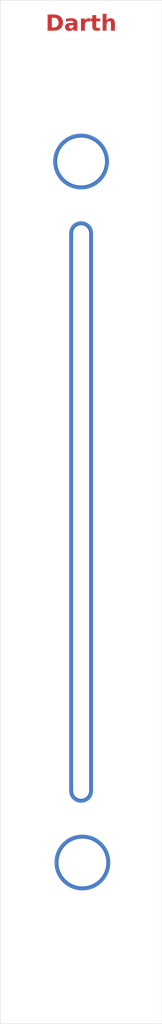
<source format=kicad_pcb>
(kicad_pcb (version 20240108) (generator "pcbnew") (generator_version "8.0")
  (layers (0 "F.Cu" signal) (31 "B.Cu" signal) (34 "B.Paste" user) (35 "F.Paste" user) (36 "B.SilkS" user "B.Silkscreen") (37 "F.SilkS" user "F.Silkscreen") (38 "B.Mask" user) (39 "F.Mask" user) (44 "Edge.Cuts" user))
  (net 0 "")
  (net 1 "GND")
  (footprint "" (layer "F.Cu") (at 138.16 99.25)
    (property "Reference" "" (at 0 0 0) (layer "F.SilkS") (effects (font (size 1.27 1.27))))
    (property "Value" "")
    (pad "S" thru_hole oval (at -5 -2) (size 3 73) (drill oval 2 72) (layers "*.Cu" "*.Mask") (net 1 "GND"))
  )
  (gr_rect (start 123 33) (end 143.32 161.5) (stroke (width 0.05)) (fill none) (layer "Edge.Cuts"))
  (gr_text "Darth" (at 133.16 36 0) (layer "F.Cu") (effects (font (size 2 2) (thickness 0.3) (bold yes))))
  (via (at 133.325 141.25) (size 7) (drill 6) (layers "F.Cu" "B.Cu") (net 1))
  (via (at 133.16 53.25) (size 7) (drill 6) (layers "F.Cu" "B.Cu") (net 1))
)
</source>
